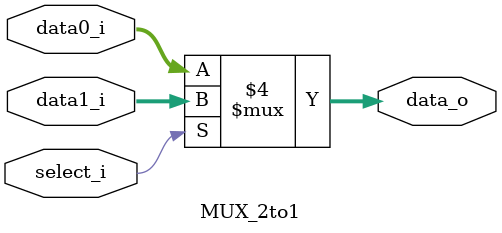
<source format=v>
`timescale 1ns/1ps

module MUX_2to1(
    input       [32-1:0] data0_i,
    input       [32-1:0] data1_i,
    input                select_i,
    output reg  [32-1:0] data_o
);
/* Write your code HERE */
always @(*) begin
    if(select_i == 1'b0) data_o <= data0_i;
    else data_o <= data1_i;
end

endmodule


</source>
